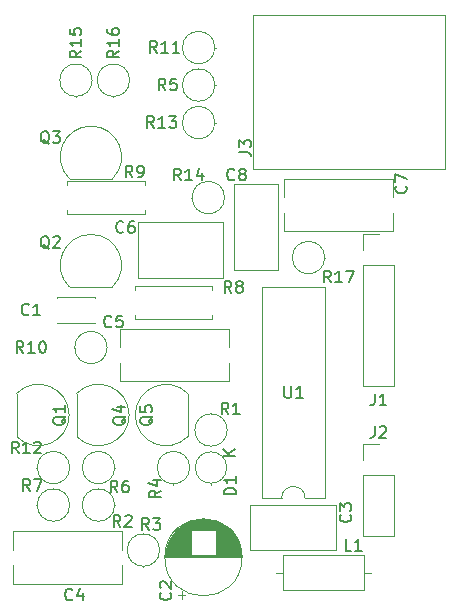
<source format=gbr>
%TF.GenerationSoftware,KiCad,Pcbnew,7.0.7-7.0.7~ubuntu20.04.1*%
%TF.CreationDate,2023-11-20T21:06:27+01:00*%
%TF.ProjectId,CoCo2VideoMod,436f436f-3256-4696-9465-6f4d6f642e6b,rev?*%
%TF.SameCoordinates,Original*%
%TF.FileFunction,Legend,Top*%
%TF.FilePolarity,Positive*%
%FSLAX46Y46*%
G04 Gerber Fmt 4.6, Leading zero omitted, Abs format (unit mm)*
G04 Created by KiCad (PCBNEW 7.0.7-7.0.7~ubuntu20.04.1) date 2023-11-20 21:06:27*
%MOMM*%
%LPD*%
G01*
G04 APERTURE LIST*
%ADD10C,0.150000*%
%ADD11C,0.120000*%
%ADD12C,1.600000*%
%ADD13O,1.600000X1.600000*%
%ADD14R,1.600000X1.600000*%
%ADD15R,1.500000X1.050000*%
%ADD16O,1.500000X1.050000*%
%ADD17R,1.050000X1.500000*%
%ADD18O,1.050000X1.500000*%
%ADD19R,1.700000X1.700000*%
%ADD20O,1.700000X1.700000*%
%ADD21O,2.000000X3.500000*%
%ADD22O,4.000000X2.000000*%
G04 APERTURE END LIST*
D10*
X219833819Y-87293220D02*
X218833819Y-87293220D01*
X219833819Y-86721792D02*
X219262390Y-87150363D01*
X218833819Y-86721792D02*
X219405247Y-87293220D01*
X234293580Y-64428666D02*
X234341200Y-64476285D01*
X234341200Y-64476285D02*
X234388819Y-64619142D01*
X234388819Y-64619142D02*
X234388819Y-64714380D01*
X234388819Y-64714380D02*
X234341200Y-64857237D01*
X234341200Y-64857237D02*
X234245961Y-64952475D01*
X234245961Y-64952475D02*
X234150723Y-65000094D01*
X234150723Y-65000094D02*
X233960247Y-65047713D01*
X233960247Y-65047713D02*
X233817390Y-65047713D01*
X233817390Y-65047713D02*
X233626914Y-65000094D01*
X233626914Y-65000094D02*
X233531676Y-64952475D01*
X233531676Y-64952475D02*
X233436438Y-64857237D01*
X233436438Y-64857237D02*
X233388819Y-64714380D01*
X233388819Y-64714380D02*
X233388819Y-64619142D01*
X233388819Y-64619142D02*
X233436438Y-64476285D01*
X233436438Y-64476285D02*
X233484057Y-64428666D01*
X233388819Y-64095332D02*
X233388819Y-63428666D01*
X233388819Y-63428666D02*
X234388819Y-63857237D01*
X201512142Y-87068819D02*
X201178809Y-86592628D01*
X200940714Y-87068819D02*
X200940714Y-86068819D01*
X200940714Y-86068819D02*
X201321666Y-86068819D01*
X201321666Y-86068819D02*
X201416904Y-86116438D01*
X201416904Y-86116438D02*
X201464523Y-86164057D01*
X201464523Y-86164057D02*
X201512142Y-86259295D01*
X201512142Y-86259295D02*
X201512142Y-86402152D01*
X201512142Y-86402152D02*
X201464523Y-86497390D01*
X201464523Y-86497390D02*
X201416904Y-86545009D01*
X201416904Y-86545009D02*
X201321666Y-86592628D01*
X201321666Y-86592628D02*
X200940714Y-86592628D01*
X202464523Y-87068819D02*
X201893095Y-87068819D01*
X202178809Y-87068819D02*
X202178809Y-86068819D01*
X202178809Y-86068819D02*
X202083571Y-86211676D01*
X202083571Y-86211676D02*
X201988333Y-86306914D01*
X201988333Y-86306914D02*
X201893095Y-86354533D01*
X202845476Y-86164057D02*
X202893095Y-86116438D01*
X202893095Y-86116438D02*
X202988333Y-86068819D01*
X202988333Y-86068819D02*
X203226428Y-86068819D01*
X203226428Y-86068819D02*
X203321666Y-86116438D01*
X203321666Y-86116438D02*
X203369285Y-86164057D01*
X203369285Y-86164057D02*
X203416904Y-86259295D01*
X203416904Y-86259295D02*
X203416904Y-86354533D01*
X203416904Y-86354533D02*
X203369285Y-86497390D01*
X203369285Y-86497390D02*
X202797857Y-87068819D01*
X202797857Y-87068819D02*
X203416904Y-87068819D01*
X202398333Y-75289580D02*
X202350714Y-75337200D01*
X202350714Y-75337200D02*
X202207857Y-75384819D01*
X202207857Y-75384819D02*
X202112619Y-75384819D01*
X202112619Y-75384819D02*
X201969762Y-75337200D01*
X201969762Y-75337200D02*
X201874524Y-75241961D01*
X201874524Y-75241961D02*
X201826905Y-75146723D01*
X201826905Y-75146723D02*
X201779286Y-74956247D01*
X201779286Y-74956247D02*
X201779286Y-74813390D01*
X201779286Y-74813390D02*
X201826905Y-74622914D01*
X201826905Y-74622914D02*
X201874524Y-74527676D01*
X201874524Y-74527676D02*
X201969762Y-74432438D01*
X201969762Y-74432438D02*
X202112619Y-74384819D01*
X202112619Y-74384819D02*
X202207857Y-74384819D01*
X202207857Y-74384819D02*
X202350714Y-74432438D01*
X202350714Y-74432438D02*
X202398333Y-74480057D01*
X203350714Y-75384819D02*
X202779286Y-75384819D01*
X203065000Y-75384819D02*
X203065000Y-74384819D01*
X203065000Y-74384819D02*
X202969762Y-74527676D01*
X202969762Y-74527676D02*
X202874524Y-74622914D01*
X202874524Y-74622914D02*
X202779286Y-74670533D01*
X214354580Y-98845666D02*
X214402200Y-98893285D01*
X214402200Y-98893285D02*
X214449819Y-99036142D01*
X214449819Y-99036142D02*
X214449819Y-99131380D01*
X214449819Y-99131380D02*
X214402200Y-99274237D01*
X214402200Y-99274237D02*
X214306961Y-99369475D01*
X214306961Y-99369475D02*
X214211723Y-99417094D01*
X214211723Y-99417094D02*
X214021247Y-99464713D01*
X214021247Y-99464713D02*
X213878390Y-99464713D01*
X213878390Y-99464713D02*
X213687914Y-99417094D01*
X213687914Y-99417094D02*
X213592676Y-99369475D01*
X213592676Y-99369475D02*
X213497438Y-99274237D01*
X213497438Y-99274237D02*
X213449819Y-99131380D01*
X213449819Y-99131380D02*
X213449819Y-99036142D01*
X213449819Y-99036142D02*
X213497438Y-98893285D01*
X213497438Y-98893285D02*
X213545057Y-98845666D01*
X213545057Y-98464713D02*
X213497438Y-98417094D01*
X213497438Y-98417094D02*
X213449819Y-98321856D01*
X213449819Y-98321856D02*
X213449819Y-98083761D01*
X213449819Y-98083761D02*
X213497438Y-97988523D01*
X213497438Y-97988523D02*
X213545057Y-97940904D01*
X213545057Y-97940904D02*
X213640295Y-97893285D01*
X213640295Y-97893285D02*
X213735533Y-97893285D01*
X213735533Y-97893285D02*
X213878390Y-97940904D01*
X213878390Y-97940904D02*
X214449819Y-98512332D01*
X214449819Y-98512332D02*
X214449819Y-97893285D01*
X224018095Y-81369819D02*
X224018095Y-82179342D01*
X224018095Y-82179342D02*
X224065714Y-82274580D01*
X224065714Y-82274580D02*
X224113333Y-82322200D01*
X224113333Y-82322200D02*
X224208571Y-82369819D01*
X224208571Y-82369819D02*
X224399047Y-82369819D01*
X224399047Y-82369819D02*
X224494285Y-82322200D01*
X224494285Y-82322200D02*
X224541904Y-82274580D01*
X224541904Y-82274580D02*
X224589523Y-82179342D01*
X224589523Y-82179342D02*
X224589523Y-81369819D01*
X225589523Y-82369819D02*
X225018095Y-82369819D01*
X225303809Y-82369819D02*
X225303809Y-81369819D01*
X225303809Y-81369819D02*
X225208571Y-81512676D01*
X225208571Y-81512676D02*
X225113333Y-81607914D01*
X225113333Y-81607914D02*
X225018095Y-81655533D01*
X206829819Y-52966857D02*
X206353628Y-53300190D01*
X206829819Y-53538285D02*
X205829819Y-53538285D01*
X205829819Y-53538285D02*
X205829819Y-53157333D01*
X205829819Y-53157333D02*
X205877438Y-53062095D01*
X205877438Y-53062095D02*
X205925057Y-53014476D01*
X205925057Y-53014476D02*
X206020295Y-52966857D01*
X206020295Y-52966857D02*
X206163152Y-52966857D01*
X206163152Y-52966857D02*
X206258390Y-53014476D01*
X206258390Y-53014476D02*
X206306009Y-53062095D01*
X206306009Y-53062095D02*
X206353628Y-53157333D01*
X206353628Y-53157333D02*
X206353628Y-53538285D01*
X206829819Y-52014476D02*
X206829819Y-52585904D01*
X206829819Y-52300190D02*
X205829819Y-52300190D01*
X205829819Y-52300190D02*
X205972676Y-52395428D01*
X205972676Y-52395428D02*
X206067914Y-52490666D01*
X206067914Y-52490666D02*
X206115533Y-52585904D01*
X205829819Y-51109714D02*
X205829819Y-51585904D01*
X205829819Y-51585904D02*
X206306009Y-51633523D01*
X206306009Y-51633523D02*
X206258390Y-51585904D01*
X206258390Y-51585904D02*
X206210771Y-51490666D01*
X206210771Y-51490666D02*
X206210771Y-51252571D01*
X206210771Y-51252571D02*
X206258390Y-51157333D01*
X206258390Y-51157333D02*
X206306009Y-51109714D01*
X206306009Y-51109714D02*
X206401247Y-51062095D01*
X206401247Y-51062095D02*
X206639342Y-51062095D01*
X206639342Y-51062095D02*
X206734580Y-51109714D01*
X206734580Y-51109714D02*
X206782200Y-51157333D01*
X206782200Y-51157333D02*
X206829819Y-51252571D01*
X206829819Y-51252571D02*
X206829819Y-51490666D01*
X206829819Y-51490666D02*
X206782200Y-51585904D01*
X206782200Y-51585904D02*
X206734580Y-51633523D01*
X227957142Y-72590819D02*
X227623809Y-72114628D01*
X227385714Y-72590819D02*
X227385714Y-71590819D01*
X227385714Y-71590819D02*
X227766666Y-71590819D01*
X227766666Y-71590819D02*
X227861904Y-71638438D01*
X227861904Y-71638438D02*
X227909523Y-71686057D01*
X227909523Y-71686057D02*
X227957142Y-71781295D01*
X227957142Y-71781295D02*
X227957142Y-71924152D01*
X227957142Y-71924152D02*
X227909523Y-72019390D01*
X227909523Y-72019390D02*
X227861904Y-72067009D01*
X227861904Y-72067009D02*
X227766666Y-72114628D01*
X227766666Y-72114628D02*
X227385714Y-72114628D01*
X228909523Y-72590819D02*
X228338095Y-72590819D01*
X228623809Y-72590819D02*
X228623809Y-71590819D01*
X228623809Y-71590819D02*
X228528571Y-71733676D01*
X228528571Y-71733676D02*
X228433333Y-71828914D01*
X228433333Y-71828914D02*
X228338095Y-71876533D01*
X229242857Y-71590819D02*
X229909523Y-71590819D01*
X229909523Y-71590819D02*
X229480952Y-72590819D01*
X229703333Y-95323819D02*
X229227143Y-95323819D01*
X229227143Y-95323819D02*
X229227143Y-94323819D01*
X230560476Y-95323819D02*
X229989048Y-95323819D01*
X230274762Y-95323819D02*
X230274762Y-94323819D01*
X230274762Y-94323819D02*
X230179524Y-94466676D01*
X230179524Y-94466676D02*
X230084286Y-94561914D01*
X230084286Y-94561914D02*
X229989048Y-94609533D01*
X209891333Y-90370819D02*
X209558000Y-89894628D01*
X209319905Y-90370819D02*
X209319905Y-89370819D01*
X209319905Y-89370819D02*
X209700857Y-89370819D01*
X209700857Y-89370819D02*
X209796095Y-89418438D01*
X209796095Y-89418438D02*
X209843714Y-89466057D01*
X209843714Y-89466057D02*
X209891333Y-89561295D01*
X209891333Y-89561295D02*
X209891333Y-89704152D01*
X209891333Y-89704152D02*
X209843714Y-89799390D01*
X209843714Y-89799390D02*
X209796095Y-89847009D01*
X209796095Y-89847009D02*
X209700857Y-89894628D01*
X209700857Y-89894628D02*
X209319905Y-89894628D01*
X210748476Y-89370819D02*
X210558000Y-89370819D01*
X210558000Y-89370819D02*
X210462762Y-89418438D01*
X210462762Y-89418438D02*
X210415143Y-89466057D01*
X210415143Y-89466057D02*
X210319905Y-89608914D01*
X210319905Y-89608914D02*
X210272286Y-89799390D01*
X210272286Y-89799390D02*
X210272286Y-90180342D01*
X210272286Y-90180342D02*
X210319905Y-90275580D01*
X210319905Y-90275580D02*
X210367524Y-90323200D01*
X210367524Y-90323200D02*
X210462762Y-90370819D01*
X210462762Y-90370819D02*
X210653238Y-90370819D01*
X210653238Y-90370819D02*
X210748476Y-90323200D01*
X210748476Y-90323200D02*
X210796095Y-90275580D01*
X210796095Y-90275580D02*
X210843714Y-90180342D01*
X210843714Y-90180342D02*
X210843714Y-89942247D01*
X210843714Y-89942247D02*
X210796095Y-89847009D01*
X210796095Y-89847009D02*
X210748476Y-89799390D01*
X210748476Y-89799390D02*
X210653238Y-89751771D01*
X210653238Y-89751771D02*
X210462762Y-89751771D01*
X210462762Y-89751771D02*
X210367524Y-89799390D01*
X210367524Y-89799390D02*
X210319905Y-89847009D01*
X210319905Y-89847009D02*
X210272286Y-89942247D01*
X210608057Y-83915238D02*
X210560438Y-84010476D01*
X210560438Y-84010476D02*
X210465200Y-84105714D01*
X210465200Y-84105714D02*
X210322342Y-84248571D01*
X210322342Y-84248571D02*
X210274723Y-84343809D01*
X210274723Y-84343809D02*
X210274723Y-84439047D01*
X210512819Y-84391428D02*
X210465200Y-84486666D01*
X210465200Y-84486666D02*
X210369961Y-84581904D01*
X210369961Y-84581904D02*
X210179485Y-84629523D01*
X210179485Y-84629523D02*
X209846152Y-84629523D01*
X209846152Y-84629523D02*
X209655676Y-84581904D01*
X209655676Y-84581904D02*
X209560438Y-84486666D01*
X209560438Y-84486666D02*
X209512819Y-84391428D01*
X209512819Y-84391428D02*
X209512819Y-84200952D01*
X209512819Y-84200952D02*
X209560438Y-84105714D01*
X209560438Y-84105714D02*
X209655676Y-84010476D01*
X209655676Y-84010476D02*
X209846152Y-83962857D01*
X209846152Y-83962857D02*
X210179485Y-83962857D01*
X210179485Y-83962857D02*
X210369961Y-84010476D01*
X210369961Y-84010476D02*
X210465200Y-84105714D01*
X210465200Y-84105714D02*
X210512819Y-84200952D01*
X210512819Y-84200952D02*
X210512819Y-84391428D01*
X209846152Y-83105714D02*
X210512819Y-83105714D01*
X209465200Y-83343809D02*
X210179485Y-83581904D01*
X210179485Y-83581904D02*
X210179485Y-82962857D01*
X202496333Y-90243819D02*
X202163000Y-89767628D01*
X201924905Y-90243819D02*
X201924905Y-89243819D01*
X201924905Y-89243819D02*
X202305857Y-89243819D01*
X202305857Y-89243819D02*
X202401095Y-89291438D01*
X202401095Y-89291438D02*
X202448714Y-89339057D01*
X202448714Y-89339057D02*
X202496333Y-89434295D01*
X202496333Y-89434295D02*
X202496333Y-89577152D01*
X202496333Y-89577152D02*
X202448714Y-89672390D01*
X202448714Y-89672390D02*
X202401095Y-89720009D01*
X202401095Y-89720009D02*
X202305857Y-89767628D01*
X202305857Y-89767628D02*
X201924905Y-89767628D01*
X202829667Y-89243819D02*
X203496333Y-89243819D01*
X203496333Y-89243819D02*
X203067762Y-90243819D01*
X219910819Y-90527094D02*
X218910819Y-90527094D01*
X218910819Y-90527094D02*
X218910819Y-90288999D01*
X218910819Y-90288999D02*
X218958438Y-90146142D01*
X218958438Y-90146142D02*
X219053676Y-90050904D01*
X219053676Y-90050904D02*
X219148914Y-90003285D01*
X219148914Y-90003285D02*
X219339390Y-89955666D01*
X219339390Y-89955666D02*
X219482247Y-89955666D01*
X219482247Y-89955666D02*
X219672723Y-90003285D01*
X219672723Y-90003285D02*
X219767961Y-90050904D01*
X219767961Y-90050904D02*
X219863200Y-90146142D01*
X219863200Y-90146142D02*
X219910819Y-90288999D01*
X219910819Y-90288999D02*
X219910819Y-90527094D01*
X219910819Y-89003285D02*
X219910819Y-89574713D01*
X219910819Y-89288999D02*
X218910819Y-89288999D01*
X218910819Y-89288999D02*
X219053676Y-89384237D01*
X219053676Y-89384237D02*
X219148914Y-89479475D01*
X219148914Y-89479475D02*
X219196533Y-89574713D01*
X205528057Y-83915238D02*
X205480438Y-84010476D01*
X205480438Y-84010476D02*
X205385200Y-84105714D01*
X205385200Y-84105714D02*
X205242342Y-84248571D01*
X205242342Y-84248571D02*
X205194723Y-84343809D01*
X205194723Y-84343809D02*
X205194723Y-84439047D01*
X205432819Y-84391428D02*
X205385200Y-84486666D01*
X205385200Y-84486666D02*
X205289961Y-84581904D01*
X205289961Y-84581904D02*
X205099485Y-84629523D01*
X205099485Y-84629523D02*
X204766152Y-84629523D01*
X204766152Y-84629523D02*
X204575676Y-84581904D01*
X204575676Y-84581904D02*
X204480438Y-84486666D01*
X204480438Y-84486666D02*
X204432819Y-84391428D01*
X204432819Y-84391428D02*
X204432819Y-84200952D01*
X204432819Y-84200952D02*
X204480438Y-84105714D01*
X204480438Y-84105714D02*
X204575676Y-84010476D01*
X204575676Y-84010476D02*
X204766152Y-83962857D01*
X204766152Y-83962857D02*
X205099485Y-83962857D01*
X205099485Y-83962857D02*
X205289961Y-84010476D01*
X205289961Y-84010476D02*
X205385200Y-84105714D01*
X205385200Y-84105714D02*
X205432819Y-84200952D01*
X205432819Y-84200952D02*
X205432819Y-84391428D01*
X205432819Y-83010476D02*
X205432819Y-83581904D01*
X205432819Y-83296190D02*
X204432819Y-83296190D01*
X204432819Y-83296190D02*
X204575676Y-83391428D01*
X204575676Y-83391428D02*
X204670914Y-83486666D01*
X204670914Y-83486666D02*
X204718533Y-83581904D01*
X210145333Y-93291819D02*
X209812000Y-92815628D01*
X209573905Y-93291819D02*
X209573905Y-92291819D01*
X209573905Y-92291819D02*
X209954857Y-92291819D01*
X209954857Y-92291819D02*
X210050095Y-92339438D01*
X210050095Y-92339438D02*
X210097714Y-92387057D01*
X210097714Y-92387057D02*
X210145333Y-92482295D01*
X210145333Y-92482295D02*
X210145333Y-92625152D01*
X210145333Y-92625152D02*
X210097714Y-92720390D01*
X210097714Y-92720390D02*
X210050095Y-92768009D01*
X210050095Y-92768009D02*
X209954857Y-92815628D01*
X209954857Y-92815628D02*
X209573905Y-92815628D01*
X210526286Y-92387057D02*
X210573905Y-92339438D01*
X210573905Y-92339438D02*
X210669143Y-92291819D01*
X210669143Y-92291819D02*
X210907238Y-92291819D01*
X210907238Y-92291819D02*
X211002476Y-92339438D01*
X211002476Y-92339438D02*
X211050095Y-92387057D01*
X211050095Y-92387057D02*
X211097714Y-92482295D01*
X211097714Y-92482295D02*
X211097714Y-92577533D01*
X211097714Y-92577533D02*
X211050095Y-92720390D01*
X211050095Y-92720390D02*
X210478667Y-93291819D01*
X210478667Y-93291819D02*
X211097714Y-93291819D01*
X212894057Y-83915238D02*
X212846438Y-84010476D01*
X212846438Y-84010476D02*
X212751200Y-84105714D01*
X212751200Y-84105714D02*
X212608342Y-84248571D01*
X212608342Y-84248571D02*
X212560723Y-84343809D01*
X212560723Y-84343809D02*
X212560723Y-84439047D01*
X212798819Y-84391428D02*
X212751200Y-84486666D01*
X212751200Y-84486666D02*
X212655961Y-84581904D01*
X212655961Y-84581904D02*
X212465485Y-84629523D01*
X212465485Y-84629523D02*
X212132152Y-84629523D01*
X212132152Y-84629523D02*
X211941676Y-84581904D01*
X211941676Y-84581904D02*
X211846438Y-84486666D01*
X211846438Y-84486666D02*
X211798819Y-84391428D01*
X211798819Y-84391428D02*
X211798819Y-84200952D01*
X211798819Y-84200952D02*
X211846438Y-84105714D01*
X211846438Y-84105714D02*
X211941676Y-84010476D01*
X211941676Y-84010476D02*
X212132152Y-83962857D01*
X212132152Y-83962857D02*
X212465485Y-83962857D01*
X212465485Y-83962857D02*
X212655961Y-84010476D01*
X212655961Y-84010476D02*
X212751200Y-84105714D01*
X212751200Y-84105714D02*
X212798819Y-84200952D01*
X212798819Y-84200952D02*
X212798819Y-84391428D01*
X211798819Y-83058095D02*
X211798819Y-83534285D01*
X211798819Y-83534285D02*
X212275009Y-83581904D01*
X212275009Y-83581904D02*
X212227390Y-83534285D01*
X212227390Y-83534285D02*
X212179771Y-83439047D01*
X212179771Y-83439047D02*
X212179771Y-83200952D01*
X212179771Y-83200952D02*
X212227390Y-83105714D01*
X212227390Y-83105714D02*
X212275009Y-83058095D01*
X212275009Y-83058095D02*
X212370247Y-83010476D01*
X212370247Y-83010476D02*
X212608342Y-83010476D01*
X212608342Y-83010476D02*
X212703580Y-83058095D01*
X212703580Y-83058095D02*
X212751200Y-83105714D01*
X212751200Y-83105714D02*
X212798819Y-83200952D01*
X212798819Y-83200952D02*
X212798819Y-83439047D01*
X212798819Y-83439047D02*
X212751200Y-83534285D01*
X212751200Y-83534285D02*
X212703580Y-83581904D01*
X211161333Y-63700819D02*
X210828000Y-63224628D01*
X210589905Y-63700819D02*
X210589905Y-62700819D01*
X210589905Y-62700819D02*
X210970857Y-62700819D01*
X210970857Y-62700819D02*
X211066095Y-62748438D01*
X211066095Y-62748438D02*
X211113714Y-62796057D01*
X211113714Y-62796057D02*
X211161333Y-62891295D01*
X211161333Y-62891295D02*
X211161333Y-63034152D01*
X211161333Y-63034152D02*
X211113714Y-63129390D01*
X211113714Y-63129390D02*
X211066095Y-63177009D01*
X211066095Y-63177009D02*
X210970857Y-63224628D01*
X210970857Y-63224628D02*
X210589905Y-63224628D01*
X211637524Y-63700819D02*
X211828000Y-63700819D01*
X211828000Y-63700819D02*
X211923238Y-63653200D01*
X211923238Y-63653200D02*
X211970857Y-63605580D01*
X211970857Y-63605580D02*
X212066095Y-63462723D01*
X212066095Y-63462723D02*
X212113714Y-63272247D01*
X212113714Y-63272247D02*
X212113714Y-62891295D01*
X212113714Y-62891295D02*
X212066095Y-62796057D01*
X212066095Y-62796057D02*
X212018476Y-62748438D01*
X212018476Y-62748438D02*
X211923238Y-62700819D01*
X211923238Y-62700819D02*
X211732762Y-62700819D01*
X211732762Y-62700819D02*
X211637524Y-62748438D01*
X211637524Y-62748438D02*
X211589905Y-62796057D01*
X211589905Y-62796057D02*
X211542286Y-62891295D01*
X211542286Y-62891295D02*
X211542286Y-63129390D01*
X211542286Y-63129390D02*
X211589905Y-63224628D01*
X211589905Y-63224628D02*
X211637524Y-63272247D01*
X211637524Y-63272247D02*
X211732762Y-63319866D01*
X211732762Y-63319866D02*
X211923238Y-63319866D01*
X211923238Y-63319866D02*
X212018476Y-63272247D01*
X212018476Y-63272247D02*
X212066095Y-63224628D01*
X212066095Y-63224628D02*
X212113714Y-63129390D01*
X201922142Y-78559819D02*
X201588809Y-78083628D01*
X201350714Y-78559819D02*
X201350714Y-77559819D01*
X201350714Y-77559819D02*
X201731666Y-77559819D01*
X201731666Y-77559819D02*
X201826904Y-77607438D01*
X201826904Y-77607438D02*
X201874523Y-77655057D01*
X201874523Y-77655057D02*
X201922142Y-77750295D01*
X201922142Y-77750295D02*
X201922142Y-77893152D01*
X201922142Y-77893152D02*
X201874523Y-77988390D01*
X201874523Y-77988390D02*
X201826904Y-78036009D01*
X201826904Y-78036009D02*
X201731666Y-78083628D01*
X201731666Y-78083628D02*
X201350714Y-78083628D01*
X202874523Y-78559819D02*
X202303095Y-78559819D01*
X202588809Y-78559819D02*
X202588809Y-77559819D01*
X202588809Y-77559819D02*
X202493571Y-77702676D01*
X202493571Y-77702676D02*
X202398333Y-77797914D01*
X202398333Y-77797914D02*
X202303095Y-77845533D01*
X203493571Y-77559819D02*
X203588809Y-77559819D01*
X203588809Y-77559819D02*
X203684047Y-77607438D01*
X203684047Y-77607438D02*
X203731666Y-77655057D01*
X203731666Y-77655057D02*
X203779285Y-77750295D01*
X203779285Y-77750295D02*
X203826904Y-77940771D01*
X203826904Y-77940771D02*
X203826904Y-78178866D01*
X203826904Y-78178866D02*
X203779285Y-78369342D01*
X203779285Y-78369342D02*
X203731666Y-78464580D01*
X203731666Y-78464580D02*
X203684047Y-78512200D01*
X203684047Y-78512200D02*
X203588809Y-78559819D01*
X203588809Y-78559819D02*
X203493571Y-78559819D01*
X203493571Y-78559819D02*
X203398333Y-78512200D01*
X203398333Y-78512200D02*
X203350714Y-78464580D01*
X203350714Y-78464580D02*
X203303095Y-78369342D01*
X203303095Y-78369342D02*
X203255476Y-78178866D01*
X203255476Y-78178866D02*
X203255476Y-77940771D01*
X203255476Y-77940771D02*
X203303095Y-77750295D01*
X203303095Y-77750295D02*
X203350714Y-77655057D01*
X203350714Y-77655057D02*
X203398333Y-77607438D01*
X203398333Y-77607438D02*
X203493571Y-77559819D01*
X209383333Y-76305580D02*
X209335714Y-76353200D01*
X209335714Y-76353200D02*
X209192857Y-76400819D01*
X209192857Y-76400819D02*
X209097619Y-76400819D01*
X209097619Y-76400819D02*
X208954762Y-76353200D01*
X208954762Y-76353200D02*
X208859524Y-76257961D01*
X208859524Y-76257961D02*
X208811905Y-76162723D01*
X208811905Y-76162723D02*
X208764286Y-75972247D01*
X208764286Y-75972247D02*
X208764286Y-75829390D01*
X208764286Y-75829390D02*
X208811905Y-75638914D01*
X208811905Y-75638914D02*
X208859524Y-75543676D01*
X208859524Y-75543676D02*
X208954762Y-75448438D01*
X208954762Y-75448438D02*
X209097619Y-75400819D01*
X209097619Y-75400819D02*
X209192857Y-75400819D01*
X209192857Y-75400819D02*
X209335714Y-75448438D01*
X209335714Y-75448438D02*
X209383333Y-75496057D01*
X210288095Y-75400819D02*
X209811905Y-75400819D01*
X209811905Y-75400819D02*
X209764286Y-75877009D01*
X209764286Y-75877009D02*
X209811905Y-75829390D01*
X209811905Y-75829390D02*
X209907143Y-75781771D01*
X209907143Y-75781771D02*
X210145238Y-75781771D01*
X210145238Y-75781771D02*
X210240476Y-75829390D01*
X210240476Y-75829390D02*
X210288095Y-75877009D01*
X210288095Y-75877009D02*
X210335714Y-75972247D01*
X210335714Y-75972247D02*
X210335714Y-76210342D01*
X210335714Y-76210342D02*
X210288095Y-76305580D01*
X210288095Y-76305580D02*
X210240476Y-76353200D01*
X210240476Y-76353200D02*
X210145238Y-76400819D01*
X210145238Y-76400819D02*
X209907143Y-76400819D01*
X209907143Y-76400819D02*
X209811905Y-76353200D01*
X209811905Y-76353200D02*
X209764286Y-76305580D01*
X212971142Y-59509819D02*
X212637809Y-59033628D01*
X212399714Y-59509819D02*
X212399714Y-58509819D01*
X212399714Y-58509819D02*
X212780666Y-58509819D01*
X212780666Y-58509819D02*
X212875904Y-58557438D01*
X212875904Y-58557438D02*
X212923523Y-58605057D01*
X212923523Y-58605057D02*
X212971142Y-58700295D01*
X212971142Y-58700295D02*
X212971142Y-58843152D01*
X212971142Y-58843152D02*
X212923523Y-58938390D01*
X212923523Y-58938390D02*
X212875904Y-58986009D01*
X212875904Y-58986009D02*
X212780666Y-59033628D01*
X212780666Y-59033628D02*
X212399714Y-59033628D01*
X213923523Y-59509819D02*
X213352095Y-59509819D01*
X213637809Y-59509819D02*
X213637809Y-58509819D01*
X213637809Y-58509819D02*
X213542571Y-58652676D01*
X213542571Y-58652676D02*
X213447333Y-58747914D01*
X213447333Y-58747914D02*
X213352095Y-58795533D01*
X214256857Y-58509819D02*
X214875904Y-58509819D01*
X214875904Y-58509819D02*
X214542571Y-58890771D01*
X214542571Y-58890771D02*
X214685428Y-58890771D01*
X214685428Y-58890771D02*
X214780666Y-58938390D01*
X214780666Y-58938390D02*
X214828285Y-58986009D01*
X214828285Y-58986009D02*
X214875904Y-59081247D01*
X214875904Y-59081247D02*
X214875904Y-59319342D01*
X214875904Y-59319342D02*
X214828285Y-59414580D01*
X214828285Y-59414580D02*
X214780666Y-59462200D01*
X214780666Y-59462200D02*
X214685428Y-59509819D01*
X214685428Y-59509819D02*
X214399714Y-59509819D01*
X214399714Y-59509819D02*
X214304476Y-59462200D01*
X214304476Y-59462200D02*
X214256857Y-59414580D01*
X219797333Y-63859580D02*
X219749714Y-63907200D01*
X219749714Y-63907200D02*
X219606857Y-63954819D01*
X219606857Y-63954819D02*
X219511619Y-63954819D01*
X219511619Y-63954819D02*
X219368762Y-63907200D01*
X219368762Y-63907200D02*
X219273524Y-63811961D01*
X219273524Y-63811961D02*
X219225905Y-63716723D01*
X219225905Y-63716723D02*
X219178286Y-63526247D01*
X219178286Y-63526247D02*
X219178286Y-63383390D01*
X219178286Y-63383390D02*
X219225905Y-63192914D01*
X219225905Y-63192914D02*
X219273524Y-63097676D01*
X219273524Y-63097676D02*
X219368762Y-63002438D01*
X219368762Y-63002438D02*
X219511619Y-62954819D01*
X219511619Y-62954819D02*
X219606857Y-62954819D01*
X219606857Y-62954819D02*
X219749714Y-63002438D01*
X219749714Y-63002438D02*
X219797333Y-63050057D01*
X220368762Y-63383390D02*
X220273524Y-63335771D01*
X220273524Y-63335771D02*
X220225905Y-63288152D01*
X220225905Y-63288152D02*
X220178286Y-63192914D01*
X220178286Y-63192914D02*
X220178286Y-63145295D01*
X220178286Y-63145295D02*
X220225905Y-63050057D01*
X220225905Y-63050057D02*
X220273524Y-63002438D01*
X220273524Y-63002438D02*
X220368762Y-62954819D01*
X220368762Y-62954819D02*
X220559238Y-62954819D01*
X220559238Y-62954819D02*
X220654476Y-63002438D01*
X220654476Y-63002438D02*
X220702095Y-63050057D01*
X220702095Y-63050057D02*
X220749714Y-63145295D01*
X220749714Y-63145295D02*
X220749714Y-63192914D01*
X220749714Y-63192914D02*
X220702095Y-63288152D01*
X220702095Y-63288152D02*
X220654476Y-63335771D01*
X220654476Y-63335771D02*
X220559238Y-63383390D01*
X220559238Y-63383390D02*
X220368762Y-63383390D01*
X220368762Y-63383390D02*
X220273524Y-63431009D01*
X220273524Y-63431009D02*
X220225905Y-63478628D01*
X220225905Y-63478628D02*
X220178286Y-63573866D01*
X220178286Y-63573866D02*
X220178286Y-63764342D01*
X220178286Y-63764342D02*
X220225905Y-63859580D01*
X220225905Y-63859580D02*
X220273524Y-63907200D01*
X220273524Y-63907200D02*
X220368762Y-63954819D01*
X220368762Y-63954819D02*
X220559238Y-63954819D01*
X220559238Y-63954819D02*
X220654476Y-63907200D01*
X220654476Y-63907200D02*
X220702095Y-63859580D01*
X220702095Y-63859580D02*
X220749714Y-63764342D01*
X220749714Y-63764342D02*
X220749714Y-63573866D01*
X220749714Y-63573866D02*
X220702095Y-63478628D01*
X220702095Y-63478628D02*
X220654476Y-63431009D01*
X220654476Y-63431009D02*
X220559238Y-63383390D01*
X206081333Y-99419580D02*
X206033714Y-99467200D01*
X206033714Y-99467200D02*
X205890857Y-99514819D01*
X205890857Y-99514819D02*
X205795619Y-99514819D01*
X205795619Y-99514819D02*
X205652762Y-99467200D01*
X205652762Y-99467200D02*
X205557524Y-99371961D01*
X205557524Y-99371961D02*
X205509905Y-99276723D01*
X205509905Y-99276723D02*
X205462286Y-99086247D01*
X205462286Y-99086247D02*
X205462286Y-98943390D01*
X205462286Y-98943390D02*
X205509905Y-98752914D01*
X205509905Y-98752914D02*
X205557524Y-98657676D01*
X205557524Y-98657676D02*
X205652762Y-98562438D01*
X205652762Y-98562438D02*
X205795619Y-98514819D01*
X205795619Y-98514819D02*
X205890857Y-98514819D01*
X205890857Y-98514819D02*
X206033714Y-98562438D01*
X206033714Y-98562438D02*
X206081333Y-98610057D01*
X206938476Y-98848152D02*
X206938476Y-99514819D01*
X206700381Y-98467200D02*
X206462286Y-99181485D01*
X206462286Y-99181485D02*
X207081333Y-99181485D01*
X215257142Y-63954819D02*
X214923809Y-63478628D01*
X214685714Y-63954819D02*
X214685714Y-62954819D01*
X214685714Y-62954819D02*
X215066666Y-62954819D01*
X215066666Y-62954819D02*
X215161904Y-63002438D01*
X215161904Y-63002438D02*
X215209523Y-63050057D01*
X215209523Y-63050057D02*
X215257142Y-63145295D01*
X215257142Y-63145295D02*
X215257142Y-63288152D01*
X215257142Y-63288152D02*
X215209523Y-63383390D01*
X215209523Y-63383390D02*
X215161904Y-63431009D01*
X215161904Y-63431009D02*
X215066666Y-63478628D01*
X215066666Y-63478628D02*
X214685714Y-63478628D01*
X216209523Y-63954819D02*
X215638095Y-63954819D01*
X215923809Y-63954819D02*
X215923809Y-62954819D01*
X215923809Y-62954819D02*
X215828571Y-63097676D01*
X215828571Y-63097676D02*
X215733333Y-63192914D01*
X215733333Y-63192914D02*
X215638095Y-63240533D01*
X217066666Y-63288152D02*
X217066666Y-63954819D01*
X216828571Y-62907200D02*
X216590476Y-63621485D01*
X216590476Y-63621485D02*
X217209523Y-63621485D01*
X229594580Y-92241666D02*
X229642200Y-92289285D01*
X229642200Y-92289285D02*
X229689819Y-92432142D01*
X229689819Y-92432142D02*
X229689819Y-92527380D01*
X229689819Y-92527380D02*
X229642200Y-92670237D01*
X229642200Y-92670237D02*
X229546961Y-92765475D01*
X229546961Y-92765475D02*
X229451723Y-92813094D01*
X229451723Y-92813094D02*
X229261247Y-92860713D01*
X229261247Y-92860713D02*
X229118390Y-92860713D01*
X229118390Y-92860713D02*
X228927914Y-92813094D01*
X228927914Y-92813094D02*
X228832676Y-92765475D01*
X228832676Y-92765475D02*
X228737438Y-92670237D01*
X228737438Y-92670237D02*
X228689819Y-92527380D01*
X228689819Y-92527380D02*
X228689819Y-92432142D01*
X228689819Y-92432142D02*
X228737438Y-92289285D01*
X228737438Y-92289285D02*
X228785057Y-92241666D01*
X228689819Y-91908332D02*
X228689819Y-91289285D01*
X228689819Y-91289285D02*
X229070771Y-91622618D01*
X229070771Y-91622618D02*
X229070771Y-91479761D01*
X229070771Y-91479761D02*
X229118390Y-91384523D01*
X229118390Y-91384523D02*
X229166009Y-91336904D01*
X229166009Y-91336904D02*
X229261247Y-91289285D01*
X229261247Y-91289285D02*
X229499342Y-91289285D01*
X229499342Y-91289285D02*
X229594580Y-91336904D01*
X229594580Y-91336904D02*
X229642200Y-91384523D01*
X229642200Y-91384523D02*
X229689819Y-91479761D01*
X229689819Y-91479761D02*
X229689819Y-91765475D01*
X229689819Y-91765475D02*
X229642200Y-91860713D01*
X229642200Y-91860713D02*
X229594580Y-91908332D01*
X204120761Y-69765057D02*
X204025523Y-69717438D01*
X204025523Y-69717438D02*
X203930285Y-69622200D01*
X203930285Y-69622200D02*
X203787428Y-69479342D01*
X203787428Y-69479342D02*
X203692190Y-69431723D01*
X203692190Y-69431723D02*
X203596952Y-69431723D01*
X203644571Y-69669819D02*
X203549333Y-69622200D01*
X203549333Y-69622200D02*
X203454095Y-69526961D01*
X203454095Y-69526961D02*
X203406476Y-69336485D01*
X203406476Y-69336485D02*
X203406476Y-69003152D01*
X203406476Y-69003152D02*
X203454095Y-68812676D01*
X203454095Y-68812676D02*
X203549333Y-68717438D01*
X203549333Y-68717438D02*
X203644571Y-68669819D01*
X203644571Y-68669819D02*
X203835047Y-68669819D01*
X203835047Y-68669819D02*
X203930285Y-68717438D01*
X203930285Y-68717438D02*
X204025523Y-68812676D01*
X204025523Y-68812676D02*
X204073142Y-69003152D01*
X204073142Y-69003152D02*
X204073142Y-69336485D01*
X204073142Y-69336485D02*
X204025523Y-69526961D01*
X204025523Y-69526961D02*
X203930285Y-69622200D01*
X203930285Y-69622200D02*
X203835047Y-69669819D01*
X203835047Y-69669819D02*
X203644571Y-69669819D01*
X204454095Y-68765057D02*
X204501714Y-68717438D01*
X204501714Y-68717438D02*
X204596952Y-68669819D01*
X204596952Y-68669819D02*
X204835047Y-68669819D01*
X204835047Y-68669819D02*
X204930285Y-68717438D01*
X204930285Y-68717438D02*
X204977904Y-68765057D01*
X204977904Y-68765057D02*
X205025523Y-68860295D01*
X205025523Y-68860295D02*
X205025523Y-68955533D01*
X205025523Y-68955533D02*
X204977904Y-69098390D01*
X204977904Y-69098390D02*
X204406476Y-69669819D01*
X204406476Y-69669819D02*
X205025523Y-69669819D01*
X231666666Y-82004819D02*
X231666666Y-82719104D01*
X231666666Y-82719104D02*
X231619047Y-82861961D01*
X231619047Y-82861961D02*
X231523809Y-82957200D01*
X231523809Y-82957200D02*
X231380952Y-83004819D01*
X231380952Y-83004819D02*
X231285714Y-83004819D01*
X232666666Y-83004819D02*
X232095238Y-83004819D01*
X232380952Y-83004819D02*
X232380952Y-82004819D01*
X232380952Y-82004819D02*
X232285714Y-82147676D01*
X232285714Y-82147676D02*
X232190476Y-82242914D01*
X232190476Y-82242914D02*
X232095238Y-82290533D01*
X210004819Y-52966857D02*
X209528628Y-53300190D01*
X210004819Y-53538285D02*
X209004819Y-53538285D01*
X209004819Y-53538285D02*
X209004819Y-53157333D01*
X209004819Y-53157333D02*
X209052438Y-53062095D01*
X209052438Y-53062095D02*
X209100057Y-53014476D01*
X209100057Y-53014476D02*
X209195295Y-52966857D01*
X209195295Y-52966857D02*
X209338152Y-52966857D01*
X209338152Y-52966857D02*
X209433390Y-53014476D01*
X209433390Y-53014476D02*
X209481009Y-53062095D01*
X209481009Y-53062095D02*
X209528628Y-53157333D01*
X209528628Y-53157333D02*
X209528628Y-53538285D01*
X210004819Y-52014476D02*
X210004819Y-52585904D01*
X210004819Y-52300190D02*
X209004819Y-52300190D01*
X209004819Y-52300190D02*
X209147676Y-52395428D01*
X209147676Y-52395428D02*
X209242914Y-52490666D01*
X209242914Y-52490666D02*
X209290533Y-52585904D01*
X209004819Y-51157333D02*
X209004819Y-51347809D01*
X209004819Y-51347809D02*
X209052438Y-51443047D01*
X209052438Y-51443047D02*
X209100057Y-51490666D01*
X209100057Y-51490666D02*
X209242914Y-51585904D01*
X209242914Y-51585904D02*
X209433390Y-51633523D01*
X209433390Y-51633523D02*
X209814342Y-51633523D01*
X209814342Y-51633523D02*
X209909580Y-51585904D01*
X209909580Y-51585904D02*
X209957200Y-51538285D01*
X209957200Y-51538285D02*
X210004819Y-51443047D01*
X210004819Y-51443047D02*
X210004819Y-51252571D01*
X210004819Y-51252571D02*
X209957200Y-51157333D01*
X209957200Y-51157333D02*
X209909580Y-51109714D01*
X209909580Y-51109714D02*
X209814342Y-51062095D01*
X209814342Y-51062095D02*
X209576247Y-51062095D01*
X209576247Y-51062095D02*
X209481009Y-51109714D01*
X209481009Y-51109714D02*
X209433390Y-51157333D01*
X209433390Y-51157333D02*
X209385771Y-51252571D01*
X209385771Y-51252571D02*
X209385771Y-51443047D01*
X209385771Y-51443047D02*
X209433390Y-51538285D01*
X209433390Y-51538285D02*
X209481009Y-51585904D01*
X209481009Y-51585904D02*
X209576247Y-51633523D01*
X210399333Y-68304580D02*
X210351714Y-68352200D01*
X210351714Y-68352200D02*
X210208857Y-68399819D01*
X210208857Y-68399819D02*
X210113619Y-68399819D01*
X210113619Y-68399819D02*
X209970762Y-68352200D01*
X209970762Y-68352200D02*
X209875524Y-68256961D01*
X209875524Y-68256961D02*
X209827905Y-68161723D01*
X209827905Y-68161723D02*
X209780286Y-67971247D01*
X209780286Y-67971247D02*
X209780286Y-67828390D01*
X209780286Y-67828390D02*
X209827905Y-67637914D01*
X209827905Y-67637914D02*
X209875524Y-67542676D01*
X209875524Y-67542676D02*
X209970762Y-67447438D01*
X209970762Y-67447438D02*
X210113619Y-67399819D01*
X210113619Y-67399819D02*
X210208857Y-67399819D01*
X210208857Y-67399819D02*
X210351714Y-67447438D01*
X210351714Y-67447438D02*
X210399333Y-67495057D01*
X211256476Y-67399819D02*
X211066000Y-67399819D01*
X211066000Y-67399819D02*
X210970762Y-67447438D01*
X210970762Y-67447438D02*
X210923143Y-67495057D01*
X210923143Y-67495057D02*
X210827905Y-67637914D01*
X210827905Y-67637914D02*
X210780286Y-67828390D01*
X210780286Y-67828390D02*
X210780286Y-68209342D01*
X210780286Y-68209342D02*
X210827905Y-68304580D01*
X210827905Y-68304580D02*
X210875524Y-68352200D01*
X210875524Y-68352200D02*
X210970762Y-68399819D01*
X210970762Y-68399819D02*
X211161238Y-68399819D01*
X211161238Y-68399819D02*
X211256476Y-68352200D01*
X211256476Y-68352200D02*
X211304095Y-68304580D01*
X211304095Y-68304580D02*
X211351714Y-68209342D01*
X211351714Y-68209342D02*
X211351714Y-67971247D01*
X211351714Y-67971247D02*
X211304095Y-67876009D01*
X211304095Y-67876009D02*
X211256476Y-67828390D01*
X211256476Y-67828390D02*
X211161238Y-67780771D01*
X211161238Y-67780771D02*
X210970762Y-67780771D01*
X210970762Y-67780771D02*
X210875524Y-67828390D01*
X210875524Y-67828390D02*
X210827905Y-67876009D01*
X210827905Y-67876009D02*
X210780286Y-67971247D01*
X220180819Y-61547333D02*
X220895104Y-61547333D01*
X220895104Y-61547333D02*
X221037961Y-61594952D01*
X221037961Y-61594952D02*
X221133200Y-61690190D01*
X221133200Y-61690190D02*
X221180819Y-61833047D01*
X221180819Y-61833047D02*
X221180819Y-61928285D01*
X220180819Y-61166380D02*
X220180819Y-60547333D01*
X220180819Y-60547333D02*
X220561771Y-60880666D01*
X220561771Y-60880666D02*
X220561771Y-60737809D01*
X220561771Y-60737809D02*
X220609390Y-60642571D01*
X220609390Y-60642571D02*
X220657009Y-60594952D01*
X220657009Y-60594952D02*
X220752247Y-60547333D01*
X220752247Y-60547333D02*
X220990342Y-60547333D01*
X220990342Y-60547333D02*
X221085580Y-60594952D01*
X221085580Y-60594952D02*
X221133200Y-60642571D01*
X221133200Y-60642571D02*
X221180819Y-60737809D01*
X221180819Y-60737809D02*
X221180819Y-61023523D01*
X221180819Y-61023523D02*
X221133200Y-61118761D01*
X221133200Y-61118761D02*
X221085580Y-61166380D01*
X212558333Y-93545819D02*
X212225000Y-93069628D01*
X211986905Y-93545819D02*
X211986905Y-92545819D01*
X211986905Y-92545819D02*
X212367857Y-92545819D01*
X212367857Y-92545819D02*
X212463095Y-92593438D01*
X212463095Y-92593438D02*
X212510714Y-92641057D01*
X212510714Y-92641057D02*
X212558333Y-92736295D01*
X212558333Y-92736295D02*
X212558333Y-92879152D01*
X212558333Y-92879152D02*
X212510714Y-92974390D01*
X212510714Y-92974390D02*
X212463095Y-93022009D01*
X212463095Y-93022009D02*
X212367857Y-93069628D01*
X212367857Y-93069628D02*
X211986905Y-93069628D01*
X212891667Y-92545819D02*
X213510714Y-92545819D01*
X213510714Y-92545819D02*
X213177381Y-92926771D01*
X213177381Y-92926771D02*
X213320238Y-92926771D01*
X213320238Y-92926771D02*
X213415476Y-92974390D01*
X213415476Y-92974390D02*
X213463095Y-93022009D01*
X213463095Y-93022009D02*
X213510714Y-93117247D01*
X213510714Y-93117247D02*
X213510714Y-93355342D01*
X213510714Y-93355342D02*
X213463095Y-93450580D01*
X213463095Y-93450580D02*
X213415476Y-93498200D01*
X213415476Y-93498200D02*
X213320238Y-93545819D01*
X213320238Y-93545819D02*
X213034524Y-93545819D01*
X213034524Y-93545819D02*
X212939286Y-93498200D01*
X212939286Y-93498200D02*
X212891667Y-93450580D01*
X231666666Y-84754819D02*
X231666666Y-85469104D01*
X231666666Y-85469104D02*
X231619047Y-85611961D01*
X231619047Y-85611961D02*
X231523809Y-85707200D01*
X231523809Y-85707200D02*
X231380952Y-85754819D01*
X231380952Y-85754819D02*
X231285714Y-85754819D01*
X232095238Y-84850057D02*
X232142857Y-84802438D01*
X232142857Y-84802438D02*
X232238095Y-84754819D01*
X232238095Y-84754819D02*
X232476190Y-84754819D01*
X232476190Y-84754819D02*
X232571428Y-84802438D01*
X232571428Y-84802438D02*
X232619047Y-84850057D01*
X232619047Y-84850057D02*
X232666666Y-84945295D01*
X232666666Y-84945295D02*
X232666666Y-85040533D01*
X232666666Y-85040533D02*
X232619047Y-85183390D01*
X232619047Y-85183390D02*
X232047619Y-85754819D01*
X232047619Y-85754819D02*
X232666666Y-85754819D01*
X204120761Y-60875057D02*
X204025523Y-60827438D01*
X204025523Y-60827438D02*
X203930285Y-60732200D01*
X203930285Y-60732200D02*
X203787428Y-60589342D01*
X203787428Y-60589342D02*
X203692190Y-60541723D01*
X203692190Y-60541723D02*
X203596952Y-60541723D01*
X203644571Y-60779819D02*
X203549333Y-60732200D01*
X203549333Y-60732200D02*
X203454095Y-60636961D01*
X203454095Y-60636961D02*
X203406476Y-60446485D01*
X203406476Y-60446485D02*
X203406476Y-60113152D01*
X203406476Y-60113152D02*
X203454095Y-59922676D01*
X203454095Y-59922676D02*
X203549333Y-59827438D01*
X203549333Y-59827438D02*
X203644571Y-59779819D01*
X203644571Y-59779819D02*
X203835047Y-59779819D01*
X203835047Y-59779819D02*
X203930285Y-59827438D01*
X203930285Y-59827438D02*
X204025523Y-59922676D01*
X204025523Y-59922676D02*
X204073142Y-60113152D01*
X204073142Y-60113152D02*
X204073142Y-60446485D01*
X204073142Y-60446485D02*
X204025523Y-60636961D01*
X204025523Y-60636961D02*
X203930285Y-60732200D01*
X203930285Y-60732200D02*
X203835047Y-60779819D01*
X203835047Y-60779819D02*
X203644571Y-60779819D01*
X204406476Y-59779819D02*
X205025523Y-59779819D01*
X205025523Y-59779819D02*
X204692190Y-60160771D01*
X204692190Y-60160771D02*
X204835047Y-60160771D01*
X204835047Y-60160771D02*
X204930285Y-60208390D01*
X204930285Y-60208390D02*
X204977904Y-60256009D01*
X204977904Y-60256009D02*
X205025523Y-60351247D01*
X205025523Y-60351247D02*
X205025523Y-60589342D01*
X205025523Y-60589342D02*
X204977904Y-60684580D01*
X204977904Y-60684580D02*
X204930285Y-60732200D01*
X204930285Y-60732200D02*
X204835047Y-60779819D01*
X204835047Y-60779819D02*
X204549333Y-60779819D01*
X204549333Y-60779819D02*
X204454095Y-60732200D01*
X204454095Y-60732200D02*
X204406476Y-60684580D01*
X213955333Y-56334819D02*
X213622000Y-55858628D01*
X213383905Y-56334819D02*
X213383905Y-55334819D01*
X213383905Y-55334819D02*
X213764857Y-55334819D01*
X213764857Y-55334819D02*
X213860095Y-55382438D01*
X213860095Y-55382438D02*
X213907714Y-55430057D01*
X213907714Y-55430057D02*
X213955333Y-55525295D01*
X213955333Y-55525295D02*
X213955333Y-55668152D01*
X213955333Y-55668152D02*
X213907714Y-55763390D01*
X213907714Y-55763390D02*
X213860095Y-55811009D01*
X213860095Y-55811009D02*
X213764857Y-55858628D01*
X213764857Y-55858628D02*
X213383905Y-55858628D01*
X214860095Y-55334819D02*
X214383905Y-55334819D01*
X214383905Y-55334819D02*
X214336286Y-55811009D01*
X214336286Y-55811009D02*
X214383905Y-55763390D01*
X214383905Y-55763390D02*
X214479143Y-55715771D01*
X214479143Y-55715771D02*
X214717238Y-55715771D01*
X214717238Y-55715771D02*
X214812476Y-55763390D01*
X214812476Y-55763390D02*
X214860095Y-55811009D01*
X214860095Y-55811009D02*
X214907714Y-55906247D01*
X214907714Y-55906247D02*
X214907714Y-56144342D01*
X214907714Y-56144342D02*
X214860095Y-56239580D01*
X214860095Y-56239580D02*
X214812476Y-56287200D01*
X214812476Y-56287200D02*
X214717238Y-56334819D01*
X214717238Y-56334819D02*
X214479143Y-56334819D01*
X214479143Y-56334819D02*
X214383905Y-56287200D01*
X214383905Y-56287200D02*
X214336286Y-56239580D01*
X219289333Y-83766819D02*
X218956000Y-83290628D01*
X218717905Y-83766819D02*
X218717905Y-82766819D01*
X218717905Y-82766819D02*
X219098857Y-82766819D01*
X219098857Y-82766819D02*
X219194095Y-82814438D01*
X219194095Y-82814438D02*
X219241714Y-82862057D01*
X219241714Y-82862057D02*
X219289333Y-82957295D01*
X219289333Y-82957295D02*
X219289333Y-83100152D01*
X219289333Y-83100152D02*
X219241714Y-83195390D01*
X219241714Y-83195390D02*
X219194095Y-83243009D01*
X219194095Y-83243009D02*
X219098857Y-83290628D01*
X219098857Y-83290628D02*
X218717905Y-83290628D01*
X220241714Y-83766819D02*
X219670286Y-83766819D01*
X219956000Y-83766819D02*
X219956000Y-82766819D01*
X219956000Y-82766819D02*
X219860762Y-82909676D01*
X219860762Y-82909676D02*
X219765524Y-83004914D01*
X219765524Y-83004914D02*
X219670286Y-83052533D01*
X213225142Y-53159819D02*
X212891809Y-52683628D01*
X212653714Y-53159819D02*
X212653714Y-52159819D01*
X212653714Y-52159819D02*
X213034666Y-52159819D01*
X213034666Y-52159819D02*
X213129904Y-52207438D01*
X213129904Y-52207438D02*
X213177523Y-52255057D01*
X213177523Y-52255057D02*
X213225142Y-52350295D01*
X213225142Y-52350295D02*
X213225142Y-52493152D01*
X213225142Y-52493152D02*
X213177523Y-52588390D01*
X213177523Y-52588390D02*
X213129904Y-52636009D01*
X213129904Y-52636009D02*
X213034666Y-52683628D01*
X213034666Y-52683628D02*
X212653714Y-52683628D01*
X214177523Y-53159819D02*
X213606095Y-53159819D01*
X213891809Y-53159819D02*
X213891809Y-52159819D01*
X213891809Y-52159819D02*
X213796571Y-52302676D01*
X213796571Y-52302676D02*
X213701333Y-52397914D01*
X213701333Y-52397914D02*
X213606095Y-52445533D01*
X215129904Y-53159819D02*
X214558476Y-53159819D01*
X214844190Y-53159819D02*
X214844190Y-52159819D01*
X214844190Y-52159819D02*
X214748952Y-52302676D01*
X214748952Y-52302676D02*
X214653714Y-52397914D01*
X214653714Y-52397914D02*
X214558476Y-52445533D01*
X213560819Y-90209666D02*
X213084628Y-90542999D01*
X213560819Y-90781094D02*
X212560819Y-90781094D01*
X212560819Y-90781094D02*
X212560819Y-90400142D01*
X212560819Y-90400142D02*
X212608438Y-90304904D01*
X212608438Y-90304904D02*
X212656057Y-90257285D01*
X212656057Y-90257285D02*
X212751295Y-90209666D01*
X212751295Y-90209666D02*
X212894152Y-90209666D01*
X212894152Y-90209666D02*
X212989390Y-90257285D01*
X212989390Y-90257285D02*
X213037009Y-90304904D01*
X213037009Y-90304904D02*
X213084628Y-90400142D01*
X213084628Y-90400142D02*
X213084628Y-90781094D01*
X212894152Y-89352523D02*
X213560819Y-89352523D01*
X212513200Y-89590618D02*
X213227485Y-89828713D01*
X213227485Y-89828713D02*
X213227485Y-89209666D01*
X219543333Y-73479819D02*
X219210000Y-73003628D01*
X218971905Y-73479819D02*
X218971905Y-72479819D01*
X218971905Y-72479819D02*
X219352857Y-72479819D01*
X219352857Y-72479819D02*
X219448095Y-72527438D01*
X219448095Y-72527438D02*
X219495714Y-72575057D01*
X219495714Y-72575057D02*
X219543333Y-72670295D01*
X219543333Y-72670295D02*
X219543333Y-72813152D01*
X219543333Y-72813152D02*
X219495714Y-72908390D01*
X219495714Y-72908390D02*
X219448095Y-72956009D01*
X219448095Y-72956009D02*
X219352857Y-73003628D01*
X219352857Y-73003628D02*
X218971905Y-73003628D01*
X220114762Y-72908390D02*
X220019524Y-72860771D01*
X220019524Y-72860771D02*
X219971905Y-72813152D01*
X219971905Y-72813152D02*
X219924286Y-72717914D01*
X219924286Y-72717914D02*
X219924286Y-72670295D01*
X219924286Y-72670295D02*
X219971905Y-72575057D01*
X219971905Y-72575057D02*
X220019524Y-72527438D01*
X220019524Y-72527438D02*
X220114762Y-72479819D01*
X220114762Y-72479819D02*
X220305238Y-72479819D01*
X220305238Y-72479819D02*
X220400476Y-72527438D01*
X220400476Y-72527438D02*
X220448095Y-72575057D01*
X220448095Y-72575057D02*
X220495714Y-72670295D01*
X220495714Y-72670295D02*
X220495714Y-72717914D01*
X220495714Y-72717914D02*
X220448095Y-72813152D01*
X220448095Y-72813152D02*
X220400476Y-72860771D01*
X220400476Y-72860771D02*
X220305238Y-72908390D01*
X220305238Y-72908390D02*
X220114762Y-72908390D01*
X220114762Y-72908390D02*
X220019524Y-72956009D01*
X220019524Y-72956009D02*
X219971905Y-73003628D01*
X219971905Y-73003628D02*
X219924286Y-73098866D01*
X219924286Y-73098866D02*
X219924286Y-73289342D01*
X219924286Y-73289342D02*
X219971905Y-73384580D01*
X219971905Y-73384580D02*
X220019524Y-73432200D01*
X220019524Y-73432200D02*
X220114762Y-73479819D01*
X220114762Y-73479819D02*
X220305238Y-73479819D01*
X220305238Y-73479819D02*
X220400476Y-73432200D01*
X220400476Y-73432200D02*
X220448095Y-73384580D01*
X220448095Y-73384580D02*
X220495714Y-73289342D01*
X220495714Y-73289342D02*
X220495714Y-73098866D01*
X220495714Y-73098866D02*
X220448095Y-73003628D01*
X220448095Y-73003628D02*
X220400476Y-72956009D01*
X220400476Y-72956009D02*
X220305238Y-72908390D01*
D11*
%TO.C,C7*%
X223980000Y-63820000D02*
X223980000Y-65375000D01*
X223980000Y-63820000D02*
X233220000Y-63820000D01*
X223980000Y-66705000D02*
X223980000Y-68260000D01*
X223980000Y-68260000D02*
X233220000Y-68260000D01*
X233220000Y-63820000D02*
X233220000Y-65375000D01*
X233220000Y-66705000D02*
X233220000Y-68260000D01*
%TO.C,R12*%
X203100000Y-88265000D02*
X203030000Y-88265000D01*
X205840000Y-88265000D02*
G75*
G03*
X205840000Y-88265000I-1370000J0D01*
G01*
%TO.C,C1*%
X204755000Y-73810000D02*
X204755000Y-73875000D01*
X204755000Y-73810000D02*
X207995000Y-73810000D01*
X204755000Y-75985000D02*
X204755000Y-76050000D01*
X204755000Y-76050000D02*
X207995000Y-76050000D01*
X207995000Y-73810000D02*
X207995000Y-73875000D01*
X207995000Y-75985000D02*
X207995000Y-76050000D01*
%TO.C,C2*%
X215331000Y-99365241D02*
X215331000Y-98735241D01*
X215016000Y-99050241D02*
X215646000Y-99050241D01*
X213940000Y-95865000D02*
X220400000Y-95865000D01*
X213940000Y-95825000D02*
X220400000Y-95825000D01*
X213940000Y-95785000D02*
X220400000Y-95785000D01*
X213942000Y-95745000D02*
X220398000Y-95745000D01*
X213943000Y-95705000D02*
X220397000Y-95705000D01*
X213946000Y-95665000D02*
X220394000Y-95665000D01*
X213948000Y-95625000D02*
X216130000Y-95625000D01*
X218210000Y-95625000D02*
X220392000Y-95625000D01*
X213952000Y-95585000D02*
X216130000Y-95585000D01*
X218210000Y-95585000D02*
X220388000Y-95585000D01*
X213955000Y-95545000D02*
X216130000Y-95545000D01*
X218210000Y-95545000D02*
X220385000Y-95545000D01*
X213959000Y-95505000D02*
X216130000Y-95505000D01*
X218210000Y-95505000D02*
X220381000Y-95505000D01*
X213964000Y-95465000D02*
X216130000Y-95465000D01*
X218210000Y-95465000D02*
X220376000Y-95465000D01*
X213969000Y-95425000D02*
X216130000Y-95425000D01*
X218210000Y-95425000D02*
X220371000Y-95425000D01*
X213975000Y-95385000D02*
X216130000Y-95385000D01*
X218210000Y-95385000D02*
X220365000Y-95385000D01*
X213981000Y-95345000D02*
X216130000Y-95345000D01*
X218210000Y-95345000D02*
X220359000Y-95345000D01*
X213988000Y-95305000D02*
X216130000Y-95305000D01*
X218210000Y-95305000D02*
X220352000Y-95305000D01*
X213995000Y-95265000D02*
X216130000Y-95265000D01*
X218210000Y-95265000D02*
X220345000Y-95265000D01*
X214003000Y-95225000D02*
X216130000Y-95225000D01*
X218210000Y-95225000D02*
X220337000Y-95225000D01*
X214011000Y-95185000D02*
X216130000Y-95185000D01*
X218210000Y-95185000D02*
X220329000Y-95185000D01*
X214020000Y-95144000D02*
X216130000Y-95144000D01*
X218210000Y-95144000D02*
X220320000Y-95144000D01*
X214029000Y-95104000D02*
X216130000Y-95104000D01*
X218210000Y-95104000D02*
X220311000Y-95104000D01*
X214039000Y-95064000D02*
X216130000Y-95064000D01*
X218210000Y-95064000D02*
X220301000Y-95064000D01*
X214049000Y-95024000D02*
X216130000Y-95024000D01*
X218210000Y-95024000D02*
X220291000Y-95024000D01*
X214060000Y-94984000D02*
X216130000Y-94984000D01*
X218210000Y-94984000D02*
X220280000Y-94984000D01*
X214072000Y-94944000D02*
X216130000Y-94944000D01*
X218210000Y-94944000D02*
X220268000Y-94944000D01*
X214084000Y-94904000D02*
X216130000Y-94904000D01*
X218210000Y-94904000D02*
X220256000Y-94904000D01*
X214096000Y-94864000D02*
X216130000Y-94864000D01*
X218210000Y-94864000D02*
X220244000Y-94864000D01*
X214109000Y-94824000D02*
X216130000Y-94824000D01*
X218210000Y-94824000D02*
X220231000Y-94824000D01*
X214123000Y-94784000D02*
X216130000Y-94784000D01*
X218210000Y-94784000D02*
X220217000Y-94784000D01*
X214137000Y-94744000D02*
X216130000Y-94744000D01*
X218210000Y-94744000D02*
X220203000Y-94744000D01*
X214152000Y-94704000D02*
X216130000Y-94704000D01*
X218210000Y-94704000D02*
X220188000Y-94704000D01*
X214168000Y-94664000D02*
X216130000Y-94664000D01*
X218210000Y-94664000D02*
X220172000Y-94664000D01*
X214184000Y-94624000D02*
X216130000Y-94624000D01*
X218210000Y-94624000D02*
X220156000Y-94624000D01*
X214200000Y-94584000D02*
X216130000Y-94584000D01*
X218210000Y-94584000D02*
X220140000Y-94584000D01*
X214218000Y-94544000D02*
X216130000Y-94544000D01*
X218210000Y-94544000D02*
X220122000Y-94544000D01*
X214236000Y-94504000D02*
X216130000Y-94504000D01*
X218210000Y-94504000D02*
X220104000Y-94504000D01*
X214254000Y-94464000D02*
X216130000Y-94464000D01*
X218210000Y-94464000D02*
X220086000Y-94464000D01*
X214274000Y-94424000D02*
X216130000Y-94424000D01*
X218210000Y-94424000D02*
X220066000Y-94424000D01*
X214294000Y-94384000D02*
X216130000Y-94384000D01*
X218210000Y-94384000D02*
X220046000Y-94384000D01*
X214314000Y-94344000D02*
X216130000Y-94344000D01*
X218210000Y-94344000D02*
X220026000Y-94344000D01*
X214336000Y-94304000D02*
X216130000Y-94304000D01*
X218210000Y-94304000D02*
X220004000Y-94304000D01*
X214358000Y-94264000D02*
X216130000Y-94264000D01*
X218210000Y-94264000D02*
X219982000Y-94264000D01*
X214380000Y-94224000D02*
X216130000Y-94224000D01*
X218210000Y-94224000D02*
X219960000Y-94224000D01*
X214404000Y-94184000D02*
X216130000Y-94184000D01*
X218210000Y-94184000D02*
X219936000Y-94184000D01*
X214428000Y-94144000D02*
X216130000Y-94144000D01*
X218210000Y-94144000D02*
X219912000Y-94144000D01*
X214454000Y-94104000D02*
X216130000Y-94104000D01*
X218210000Y-94104000D02*
X219886000Y-94104000D01*
X214480000Y-94064000D02*
X216130000Y-94064000D01*
X218210000Y-94064000D02*
X219860000Y-94064000D01*
X214506000Y-94024000D02*
X216130000Y-94024000D01*
X218210000Y-94024000D02*
X219834000Y-94024000D01*
X214534000Y-93984000D02*
X216130000Y-93984000D01*
X218210000Y-93984000D02*
X219806000Y-93984000D01*
X214563000Y-93944000D02*
X216130000Y-93944000D01*
X218210000Y-93944000D02*
X219777000Y-93944000D01*
X214592000Y-93904000D02*
X216130000Y-93904000D01*
X218210000Y-93904000D02*
X219748000Y-93904000D01*
X214622000Y-93864000D02*
X216130000Y-93864000D01*
X218210000Y-93864000D02*
X219718000Y-93864000D01*
X214654000Y-93824000D02*
X216130000Y-93824000D01*
X218210000Y-93824000D02*
X219686000Y-93824000D01*
X214686000Y-93784000D02*
X216130000Y-93784000D01*
X218210000Y-93784000D02*
X219654000Y-93784000D01*
X214720000Y-93744000D02*
X216130000Y-93744000D01*
X218210000Y-93744000D02*
X219620000Y-93744000D01*
X214754000Y-93704000D02*
X216130000Y-93704000D01*
X218210000Y-93704000D02*
X219586000Y-93704000D01*
X214790000Y-93664000D02*
X216130000Y-93664000D01*
X218210000Y-93664000D02*
X219550000Y-93664000D01*
X214827000Y-93624000D02*
X216130000Y-93624000D01*
X218210000Y-93624000D02*
X219513000Y-93624000D01*
X214865000Y-93584000D02*
X216130000Y-93584000D01*
X218210000Y-93584000D02*
X219475000Y-93584000D01*
X214905000Y-93544000D02*
X219435000Y-93544000D01*
X214946000Y-93504000D02*
X219394000Y-93504000D01*
X214988000Y-93464000D02*
X219352000Y-93464000D01*
X215033000Y-93424000D02*
X219307000Y-93424000D01*
X215078000Y-93384000D02*
X219262000Y-93384000D01*
X215126000Y-93344000D02*
X219214000Y-93344000D01*
X215175000Y-93304000D02*
X219165000Y-93304000D01*
X215226000Y-93264000D02*
X219114000Y-93264000D01*
X215280000Y-93224000D02*
X219060000Y-93224000D01*
X215336000Y-93184000D02*
X219004000Y-93184000D01*
X215394000Y-93144000D02*
X218946000Y-93144000D01*
X215456000Y-93104000D02*
X218884000Y-93104000D01*
X215520000Y-93064000D02*
X218820000Y-93064000D01*
X215589000Y-93024000D02*
X218751000Y-93024000D01*
X215661000Y-92984000D02*
X218679000Y-92984000D01*
X215738000Y-92944000D02*
X218602000Y-92944000D01*
X215820000Y-92904000D02*
X218520000Y-92904000D01*
X215908000Y-92864000D02*
X218432000Y-92864000D01*
X216005000Y-92824000D02*
X218335000Y-92824000D01*
X216111000Y-92784000D02*
X218229000Y-92784000D01*
X216230000Y-92744000D02*
X218110000Y-92744000D01*
X216368000Y-92704000D02*
X217972000Y-92704000D01*
X216537000Y-92664000D02*
X217803000Y-92664000D01*
X216768000Y-92624000D02*
X217572000Y-92624000D01*
X220440000Y-95865000D02*
G75*
G03*
X220440000Y-95865000I-3270000J0D01*
G01*
%TO.C,U1*%
X227430000Y-90870000D02*
X227430000Y-72970000D01*
X227430000Y-72970000D02*
X222130000Y-72970000D01*
X225780000Y-90870000D02*
X227430000Y-90870000D01*
X222130000Y-90870000D02*
X223780000Y-90870000D01*
X222130000Y-72970000D02*
X222130000Y-90870000D01*
X225780000Y-90870000D02*
G75*
G03*
X223780000Y-90870000I-1000000J0D01*
G01*
%TO.C,R15*%
X206375000Y-56840000D02*
X206375000Y-56910000D01*
X207745000Y-55470000D02*
G75*
G03*
X207745000Y-55470000I-1370000J0D01*
G01*
%TO.C,R17*%
X227430000Y-70485000D02*
X227500000Y-70485000D01*
X227430000Y-70485000D02*
G75*
G03*
X227430000Y-70485000I-1370000J0D01*
G01*
%TO.C,L1*%
X231370000Y-97155000D02*
X230750000Y-97155000D01*
X230750000Y-98625000D02*
X230750000Y-95685000D01*
X230750000Y-95685000D02*
X223910000Y-95685000D01*
X223910000Y-98625000D02*
X230750000Y-98625000D01*
X223910000Y-95685000D02*
X223910000Y-98625000D01*
X223290000Y-97155000D02*
X223910000Y-97155000D01*
%TO.C,R6*%
X209650000Y-88265000D02*
X209720000Y-88265000D01*
X209650000Y-88265000D02*
G75*
G03*
X209650000Y-88265000I-1370000J0D01*
G01*
%TO.C,Q4*%
X215845000Y-85620000D02*
X215845000Y-82020000D01*
X211395000Y-83820000D02*
G75*
G03*
X215833478Y-85658478I2600000J0D01*
G01*
X215833478Y-81981522D02*
G75*
G03*
X211395000Y-83820000I-1838478J-1838478D01*
G01*
%TO.C,R7*%
X203100000Y-91440000D02*
X203030000Y-91440000D01*
X205840000Y-91440000D02*
G75*
G03*
X205840000Y-91440000I-1370000J0D01*
G01*
%TO.C,D1*%
X217805000Y-89591371D02*
X217805000Y-89705000D01*
X219131371Y-88265000D02*
G75*
G03*
X219131371Y-88265000I-1326371J0D01*
G01*
%TO.C,Q1*%
X201350000Y-82020000D02*
X201350000Y-85620000D01*
X205800000Y-83820000D02*
G75*
G03*
X201361522Y-81981522I-2600000J0D01*
G01*
X201361522Y-85658478D02*
G75*
G03*
X205800000Y-83820000I1838478J1838478D01*
G01*
%TO.C,R2*%
X209650000Y-91440000D02*
X209720000Y-91440000D01*
X209650000Y-91440000D02*
G75*
G03*
X209650000Y-91440000I-1370000J0D01*
G01*
%TO.C,Q5*%
X206430000Y-82020000D02*
X206430000Y-85620000D01*
X210880000Y-83820000D02*
G75*
G03*
X206441522Y-81981522I-2600000J0D01*
G01*
X206441522Y-85658478D02*
G75*
G03*
X210880000Y-83820000I1838478J1838478D01*
G01*
%TO.C,R9*%
X212185000Y-66775000D02*
X205645000Y-66775000D01*
X212185000Y-66445000D02*
X212185000Y-66775000D01*
X212185000Y-64365000D02*
X212185000Y-64035000D01*
X212185000Y-64035000D02*
X205645000Y-64035000D01*
X205645000Y-66775000D02*
X205645000Y-66445000D01*
X205645000Y-64035000D02*
X205645000Y-64365000D01*
%TO.C,R10*%
X206275000Y-78105000D02*
X206205000Y-78105000D01*
X209015000Y-78105000D02*
G75*
G03*
X209015000Y-78105000I-1370000J0D01*
G01*
%TO.C,C5*%
X210070000Y-76520000D02*
X210070000Y-78075000D01*
X210070000Y-76520000D02*
X219310000Y-76520000D01*
X210070000Y-79405000D02*
X210070000Y-80960000D01*
X210070000Y-80960000D02*
X219310000Y-80960000D01*
X219310000Y-76520000D02*
X219310000Y-78075000D01*
X219310000Y-79405000D02*
X219310000Y-80960000D01*
%TO.C,R13*%
X218130000Y-59055000D02*
X218200000Y-59055000D01*
X218130000Y-59055000D02*
G75*
G03*
X218130000Y-59055000I-1370000J0D01*
G01*
%TO.C,C8*%
X219745000Y-71525000D02*
X223485000Y-71525000D01*
X219745000Y-71525000D02*
X219745000Y-64285000D01*
X223485000Y-71525000D02*
X223485000Y-64285000D01*
X219745000Y-64285000D02*
X223485000Y-64285000D01*
%TO.C,C4*%
X201060000Y-93665000D02*
X201060000Y-95220000D01*
X201060000Y-93665000D02*
X210300000Y-93665000D01*
X201060000Y-96550000D02*
X201060000Y-98105000D01*
X201060000Y-98105000D02*
X210300000Y-98105000D01*
X210300000Y-93665000D02*
X210300000Y-95220000D01*
X210300000Y-96550000D02*
X210300000Y-98105000D01*
%TO.C,R14*%
X216210000Y-65405000D02*
X216140000Y-65405000D01*
X218950000Y-65405000D02*
G75*
G03*
X218950000Y-65405000I-1370000J0D01*
G01*
%TO.C,C3*%
X221130000Y-91475000D02*
X221130000Y-95215000D01*
X221130000Y-91475000D02*
X228370000Y-91475000D01*
X221130000Y-95215000D02*
X228370000Y-95215000D01*
X228370000Y-91475000D02*
X228370000Y-95215000D01*
%TO.C,Q2*%
X205845000Y-72970000D02*
X209445000Y-72970000D01*
X207645000Y-68520000D02*
G75*
G03*
X205806522Y-72958478I0J-2600000D01*
G01*
X209483478Y-72958478D02*
G75*
G03*
X207645000Y-68520000I-1838478J1838478D01*
G01*
%TO.C,J1*%
X230670000Y-68520000D02*
X232000000Y-68520000D01*
X230670000Y-69850000D02*
X230670000Y-68520000D01*
X230670000Y-71120000D02*
X230670000Y-81340000D01*
X230670000Y-71120000D02*
X233330000Y-71120000D01*
X230670000Y-81340000D02*
X233330000Y-81340000D01*
X233330000Y-71120000D02*
X233330000Y-81340000D01*
%TO.C,R16*%
X209550000Y-56840000D02*
X209550000Y-56910000D01*
X210920000Y-55470000D02*
G75*
G03*
X210920000Y-55470000I-1370000J0D01*
G01*
%TO.C,C6*%
X211605000Y-67480000D02*
X211605000Y-72220000D01*
X211605000Y-67480000D02*
X218845000Y-67480000D01*
X211605000Y-72220000D02*
X218845000Y-72220000D01*
X218845000Y-67480000D02*
X218845000Y-72220000D01*
%TO.C,J3*%
X221400000Y-49950000D02*
X221400000Y-62950000D01*
X221400000Y-49950000D02*
X237600000Y-49950000D01*
X221400000Y-62950000D02*
X237600000Y-62950000D01*
X237600000Y-49950000D02*
X237600000Y-62950000D01*
%TO.C,R3*%
X212090000Y-96620000D02*
X212090000Y-96690000D01*
X213460000Y-95250000D02*
G75*
G03*
X213460000Y-95250000I-1370000J0D01*
G01*
%TO.C,J2*%
X230670000Y-86300000D02*
X232000000Y-86300000D01*
X230670000Y-87630000D02*
X230670000Y-86300000D01*
X230670000Y-88900000D02*
X230670000Y-94040000D01*
X230670000Y-88900000D02*
X233330000Y-88900000D01*
X230670000Y-94040000D02*
X233330000Y-94040000D01*
X233330000Y-88900000D02*
X233330000Y-94040000D01*
%TO.C,Q3*%
X205845000Y-63805000D02*
X209445000Y-63805000D01*
X207645000Y-59355000D02*
G75*
G03*
X205806522Y-63793478I0J-2600000D01*
G01*
X209483478Y-63793478D02*
G75*
G03*
X207645000Y-59355000I-1838478J1838478D01*
G01*
%TO.C,R5*%
X218130000Y-55880000D02*
X218200000Y-55880000D01*
X218130000Y-55880000D02*
G75*
G03*
X218130000Y-55880000I-1370000J0D01*
G01*
%TO.C,R1*%
X217805000Y-83720000D02*
X217805000Y-83650000D01*
X219175000Y-85090000D02*
G75*
G03*
X219175000Y-85090000I-1370000J0D01*
G01*
%TO.C,R11*%
X218130000Y-52705000D02*
X218200000Y-52705000D01*
X218130000Y-52705000D02*
G75*
G03*
X218130000Y-52705000I-1370000J0D01*
G01*
%TO.C,R4*%
X214630000Y-89635000D02*
X214630000Y-89705000D01*
X216000000Y-88265000D02*
G75*
G03*
X216000000Y-88265000I-1370000J0D01*
G01*
%TO.C,R8*%
X211360000Y-72925000D02*
X217900000Y-72925000D01*
X211360000Y-73255000D02*
X211360000Y-72925000D01*
X211360000Y-75335000D02*
X211360000Y-75665000D01*
X211360000Y-75665000D02*
X217900000Y-75665000D01*
X217900000Y-72925000D02*
X217900000Y-73255000D01*
X217900000Y-75665000D02*
X217900000Y-75335000D01*
%TD*%
%LPC*%
D12*
%TO.C,C7*%
X224850000Y-66040000D03*
X232350000Y-66040000D03*
%TD*%
%TO.C,R12*%
X204470000Y-88265000D03*
D13*
X201930000Y-88265000D03*
%TD*%
D12*
%TO.C,C1*%
X205125000Y-74930000D03*
X207625000Y-74930000D03*
%TD*%
D14*
%TO.C,C2*%
X217170000Y-97115000D03*
D12*
X217170000Y-94615000D03*
%TD*%
D14*
%TO.C,U1*%
X228590000Y-89540000D03*
D13*
X228590000Y-87000000D03*
X228590000Y-84460000D03*
X228590000Y-81920000D03*
X228590000Y-79380000D03*
X228590000Y-76840000D03*
X228590000Y-74300000D03*
X220970000Y-74300000D03*
X220970000Y-76840000D03*
X220970000Y-79380000D03*
X220970000Y-81920000D03*
X220970000Y-84460000D03*
X220970000Y-87000000D03*
X220970000Y-89540000D03*
%TD*%
D12*
%TO.C,R15*%
X206375000Y-55470000D03*
D13*
X206375000Y-58010000D03*
%TD*%
D12*
%TO.C,R17*%
X226060000Y-70485000D03*
D13*
X228600000Y-70485000D03*
%TD*%
D12*
%TO.C,L1*%
X232410000Y-97155000D03*
D13*
X222250000Y-97155000D03*
%TD*%
D12*
%TO.C,R6*%
X208280000Y-88265000D03*
D13*
X210820000Y-88265000D03*
%TD*%
D15*
%TO.C,Q4*%
X213995000Y-85090000D03*
D16*
X213995000Y-83820000D03*
X213995000Y-82550000D03*
%TD*%
D12*
%TO.C,R7*%
X204470000Y-91440000D03*
D13*
X201930000Y-91440000D03*
%TD*%
D14*
%TO.C,D1*%
X217805000Y-88265000D03*
D13*
X217805000Y-90805000D03*
%TD*%
D15*
%TO.C,Q1*%
X203200000Y-82550000D03*
D16*
X203200000Y-83820000D03*
X203200000Y-85090000D03*
%TD*%
D12*
%TO.C,R2*%
X208280000Y-91440000D03*
D13*
X210820000Y-91440000D03*
%TD*%
D15*
%TO.C,Q5*%
X208280000Y-82550000D03*
D16*
X208280000Y-83820000D03*
X208280000Y-85090000D03*
%TD*%
D12*
%TO.C,R9*%
X212725000Y-65405000D03*
D13*
X205105000Y-65405000D03*
%TD*%
D12*
%TO.C,R10*%
X207645000Y-78105000D03*
D13*
X205105000Y-78105000D03*
%TD*%
D12*
%TO.C,C5*%
X210940000Y-78740000D03*
X218440000Y-78740000D03*
%TD*%
%TO.C,R13*%
X216760000Y-59055000D03*
D13*
X219300000Y-59055000D03*
%TD*%
D12*
%TO.C,C8*%
X221615000Y-70405000D03*
X221615000Y-65405000D03*
%TD*%
%TO.C,C4*%
X201930000Y-95885000D03*
X209430000Y-95885000D03*
%TD*%
%TO.C,R14*%
X217580000Y-65405000D03*
D13*
X215040000Y-65405000D03*
%TD*%
D12*
%TO.C,C3*%
X222250000Y-93345000D03*
X227250000Y-93345000D03*
%TD*%
D17*
%TO.C,Q2*%
X206375000Y-71120000D03*
D18*
X207645000Y-71120000D03*
X208915000Y-71120000D03*
%TD*%
D19*
%TO.C,J1*%
X232000000Y-69850000D03*
D20*
X232000000Y-72390000D03*
X232000000Y-74930000D03*
X232000000Y-77470000D03*
X232000000Y-80010000D03*
%TD*%
D12*
%TO.C,R16*%
X209550000Y-55470000D03*
D13*
X209550000Y-58010000D03*
%TD*%
D12*
%TO.C,C6*%
X212725000Y-69850000D03*
X217725000Y-69850000D03*
%TD*%
D14*
%TO.C,J3*%
X230800000Y-54350000D03*
D12*
X228200000Y-54350000D03*
X232900000Y-54350000D03*
X226100000Y-54350000D03*
X232900000Y-51850000D03*
X226100000Y-51850000D03*
D21*
X222750000Y-57350000D03*
D22*
X229500000Y-58150000D03*
D21*
X236250000Y-57350000D03*
%TD*%
D12*
%TO.C,R3*%
X212090000Y-95250000D03*
D13*
X212090000Y-97790000D03*
%TD*%
D19*
%TO.C,J2*%
X232000000Y-87630000D03*
D20*
X232000000Y-90170000D03*
X232000000Y-92710000D03*
%TD*%
D17*
%TO.C,Q3*%
X206375000Y-61955000D03*
D18*
X207645000Y-61955000D03*
X208915000Y-61955000D03*
%TD*%
D12*
%TO.C,R5*%
X216760000Y-55880000D03*
D13*
X219300000Y-55880000D03*
%TD*%
D12*
%TO.C,R1*%
X217805000Y-85090000D03*
D13*
X217805000Y-82550000D03*
%TD*%
D12*
%TO.C,R11*%
X216760000Y-52705000D03*
D13*
X219300000Y-52705000D03*
%TD*%
D12*
%TO.C,R4*%
X214630000Y-88265000D03*
D13*
X214630000Y-90805000D03*
%TD*%
D12*
%TO.C,R8*%
X210820000Y-74295000D03*
D13*
X218440000Y-74295000D03*
%TD*%
%LPD*%
M02*

</source>
